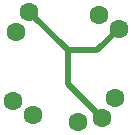
<source format=gtl>
%TF.GenerationSoftware,KiCad,Pcbnew,7.0.6-rc1-25-gf974c8259e*%
%TF.CreationDate,2023-06-21T18:20:27+02:00*%
%TF.ProjectId,RKJXM1015004_Straight,524b4a58-4d31-4303-9135-3030345f5374,rev?*%
%TF.SameCoordinates,Original*%
%TF.FileFunction,Copper,L1,Top*%
%TF.FilePolarity,Positive*%
%FSLAX46Y46*%
G04 Gerber Fmt 4.6, Leading zero omitted, Abs format (unit mm)*
G04 Created by KiCad (PCBNEW 7.0.6-rc1-25-gf974c8259e) date 2023-06-21 18:20:27*
%MOMM*%
%LPD*%
G01*
G04 APERTURE LIST*
%TA.AperFunction,ComponentPad*%
%ADD10C,1.600000*%
%TD*%
%TA.AperFunction,Conductor*%
%ADD11C,0.500000*%
%TD*%
G04 APERTURE END LIST*
D10*
X39989771Y-37343681D03*
X42040380Y-36990128D03*
X43454594Y-29424086D03*
X35888552Y-28009872D03*
X34474338Y-35575914D03*
X41757538Y-28292715D03*
X34757181Y-29706928D03*
X36171394Y-36707285D03*
X43171751Y-35293072D03*
D11*
X42040380Y-36990128D02*
X39128680Y-34078428D01*
X39128680Y-34078428D02*
X39128680Y-31250000D01*
X41628680Y-31250000D02*
X43454594Y-29424086D01*
X39128680Y-31250000D02*
X41628680Y-31250000D01*
X35888552Y-28009872D02*
X39128680Y-31250000D01*
M02*

</source>
